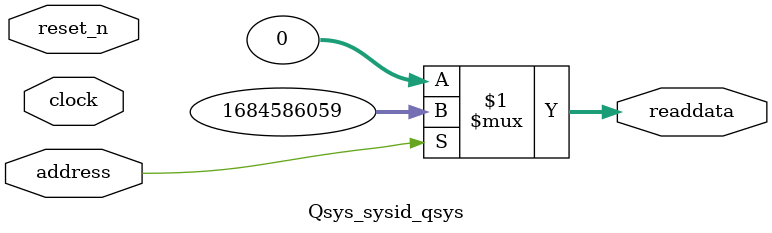
<source format=v>



// synthesis translate_off
`timescale 1ns / 1ps
// synthesis translate_on

// turn off superfluous verilog processor warnings 
// altera message_level Level1 
// altera message_off 10034 10035 10036 10037 10230 10240 10030 

module Qsys_sysid_qsys (
               // inputs:
                address,
                clock,
                reset_n,

               // outputs:
                readdata
             )
;

  output  [ 31: 0] readdata;
  input            address;
  input            clock;
  input            reset_n;

  wire    [ 31: 0] readdata;
  //control_slave, which is an e_avalon_slave
  assign readdata = address ? 1684586059 : 0;

endmodule



</source>
